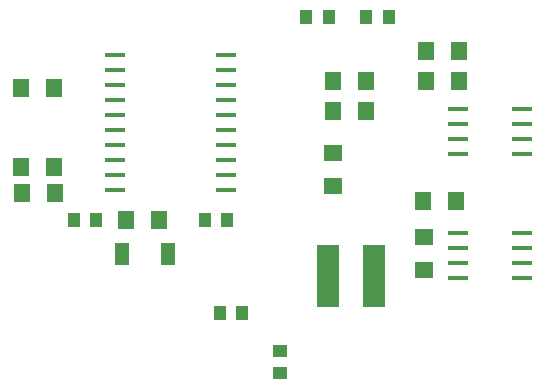
<source format=gbr>
G04 DipTrace 3.3.1.3*
G04 bottom_paste.gbr*
%MOIN*%
G04 #@! TF.FileFunction,Paste,Bot*
G04 #@! TF.Part,Single*
%ADD48R,0.062992X0.055118*%
%ADD50R,0.055118X0.062992*%
%ADD52R,0.070866X0.015748*%
%ADD56R,0.076772X0.208661*%
%ADD67R,0.047244X0.074803*%
%ADD69R,0.051181X0.043307*%
%ADD75R,0.043307X0.051181*%
%FSLAX26Y26*%
G04*
G70*
G90*
G75*
G01*
G04 BotPaste*
%LPD*%
D75*
X749606Y1003543D3*
X674803D3*
X1449606Y1678543D3*
X1524409D3*
X1724508Y1678642D3*
X1649705D3*
D69*
X1362106Y566043D3*
Y491240D3*
D75*
X1237008Y691142D3*
X1162205D3*
X1112106Y1003543D3*
X1186909D3*
D67*
X988875Y889274D3*
X835337D3*
D56*
X1674606Y816043D3*
X1523031D3*
D52*
X1955807Y1222244D3*
Y1272244D3*
Y1322244D3*
Y1372244D3*
X2168406D3*
Y1322244D3*
Y1272244D3*
Y1222244D3*
X1955807Y809744D3*
Y859744D3*
Y909744D3*
Y959744D3*
X2168406D3*
Y909744D3*
Y859744D3*
Y809744D3*
D50*
X849606Y1003543D3*
X959843D3*
X1537106Y1466043D3*
X1647343D3*
X1649606Y1366043D3*
X1539370D3*
D48*
X1537106Y1116043D3*
Y1226280D3*
D50*
X1849606Y1566043D3*
X1959843D3*
X1837106Y1066043D3*
X1947343D3*
X609843Y1441043D3*
X499606D3*
X1849606Y1466043D3*
X1959843D3*
D48*
X1842224Y835925D3*
Y946161D3*
D50*
X499606Y1178543D3*
X609843D3*
X501870Y1091043D3*
X612106D3*
D52*
X812106Y1103543D3*
Y1153543D3*
Y1203543D3*
Y1253543D3*
Y1303543D3*
Y1353543D3*
Y1403543D3*
Y1453543D3*
Y1503543D3*
Y1553543D3*
X1182185D3*
Y1503543D3*
Y1453543D3*
Y1403543D3*
Y1353543D3*
Y1303543D3*
Y1253543D3*
Y1203543D3*
Y1153543D3*
Y1103543D3*
M02*

</source>
